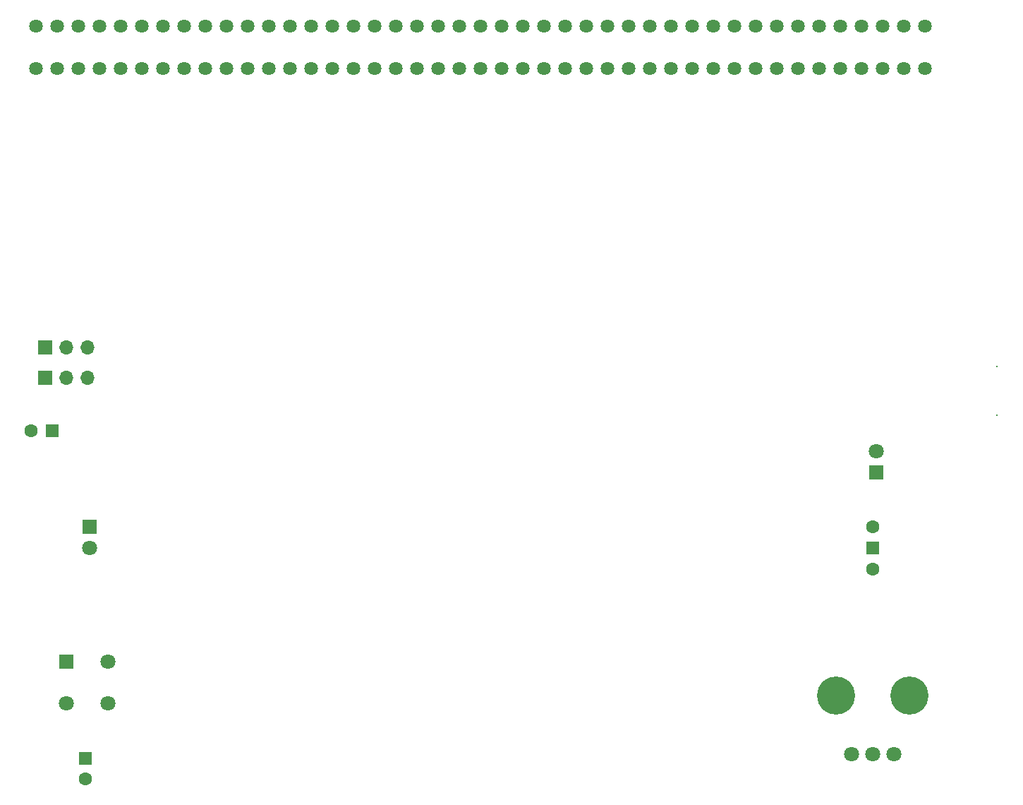
<source format=gbr>
%TF.GenerationSoftware,KiCad,Pcbnew,9.0.1-9.0.1-0~ubuntu22.04.1*%
%TF.CreationDate,2025-10-31T16:35:43+00:00*%
%TF.ProjectId,DeMoN_2.0_PLCC,44654d6f-4e5f-4322-9e30-5f504c43432e,rev?*%
%TF.SameCoordinates,Original*%
%TF.FileFunction,Soldermask,Bot*%
%TF.FilePolarity,Negative*%
%FSLAX46Y46*%
G04 Gerber Fmt 4.6, Leading zero omitted, Abs format (unit mm)*
G04 Created by KiCad (PCBNEW 9.0.1-9.0.1-0~ubuntu22.04.1) date 2025-10-31 16:35:43*
%MOMM*%
%LPD*%
G01*
G04 APERTURE LIST*
%ADD10R,1.500000X1.500000*%
%ADD11C,1.600000*%
%ADD12R,1.600000X1.600000*%
%ADD13R,1.800000X1.800000*%
%ADD14C,1.800000*%
%ADD15R,1.700000X1.700000*%
%ADD16O,1.700000X1.700000*%
%ADD17C,1.635000*%
%ADD18C,4.575000*%
%ADD19C,0.325000*%
G04 APERTURE END LIST*
D10*
%TO.C,SW2*%
X188500000Y-101690000D03*
D11*
X188500000Y-104230000D03*
X188500000Y-99150000D03*
%TD*%
D12*
%TO.C,C1*%
X94000000Y-126944888D03*
D11*
X94000000Y-129444888D03*
%TD*%
D13*
%TO.C,D3*%
X94450000Y-99225000D03*
D14*
X94450000Y-101765000D03*
%TD*%
D15*
%TO.C,JP2*%
X89128400Y-81342200D03*
D16*
X91668400Y-81342200D03*
X94208400Y-81342200D03*
%TD*%
D13*
%TO.C,SW1*%
X91677500Y-115377500D03*
D14*
X96677500Y-115377500D03*
X91677500Y-120377500D03*
X96677500Y-120377500D03*
%TD*%
D17*
%TO.C,CN1*%
X88060000Y-44200000D03*
X88060000Y-39120000D03*
X90600000Y-44200000D03*
X90600000Y-39120000D03*
X93140000Y-44200000D03*
X93140000Y-39120000D03*
X95680000Y-44200000D03*
X95680000Y-39120000D03*
X98220000Y-44200000D03*
X98220000Y-39120000D03*
X100760000Y-44200000D03*
X100760000Y-39120000D03*
X103300000Y-44200000D03*
X103300000Y-39120000D03*
X105840000Y-44200000D03*
X105840000Y-39120000D03*
X108380000Y-44200000D03*
X108380000Y-39120000D03*
X110920000Y-44200000D03*
X110920000Y-39120000D03*
X113460000Y-44200000D03*
X113460000Y-39120000D03*
X116000000Y-44200000D03*
X116000000Y-39120000D03*
X118540000Y-44200000D03*
X118540000Y-39120000D03*
X121080000Y-44200000D03*
X121080000Y-39120000D03*
X123620000Y-44200000D03*
X123620000Y-39120000D03*
X126160000Y-44200000D03*
X126160000Y-39120000D03*
X128700000Y-44200000D03*
X128700000Y-39120000D03*
X131240000Y-44200000D03*
X131240000Y-39120000D03*
X133780000Y-44200000D03*
X133780000Y-39120000D03*
X136320000Y-44200000D03*
X136320000Y-39120000D03*
X138860000Y-44200000D03*
X138860000Y-39120000D03*
X141400000Y-44200000D03*
X141400000Y-39120000D03*
X143940000Y-44200000D03*
X143940000Y-39120000D03*
X146480000Y-44200000D03*
X146480000Y-39120000D03*
X149020000Y-44200000D03*
X149020000Y-39120000D03*
X151560000Y-44200000D03*
X151560000Y-39120000D03*
X154100000Y-44200000D03*
X154100000Y-39120000D03*
X156640000Y-44200000D03*
X156640000Y-39120000D03*
X159180000Y-44200000D03*
X159180000Y-39120000D03*
X161720000Y-44200000D03*
X161720000Y-39120000D03*
X164260000Y-44200000D03*
X164260000Y-39120000D03*
X166800000Y-44200000D03*
X166800000Y-39120000D03*
X169340000Y-44200000D03*
X169340000Y-39120000D03*
X171880000Y-44200000D03*
X171880000Y-39120000D03*
X174420000Y-44200000D03*
X174420000Y-39120000D03*
X176960000Y-44200000D03*
X176960000Y-39120000D03*
X179500000Y-44200000D03*
X179500000Y-39120000D03*
X182040000Y-44200000D03*
X182040000Y-39120000D03*
X184580000Y-44200000D03*
X184580000Y-39120000D03*
X187120000Y-44200000D03*
X187120000Y-39120000D03*
X189660000Y-44200000D03*
X189660000Y-39120000D03*
X192200000Y-44200000D03*
X192200000Y-39120000D03*
X194740000Y-44200000D03*
X194740000Y-39120000D03*
%TD*%
D12*
%TO.C,C2*%
X89950000Y-87650000D03*
D11*
X87450000Y-87650000D03*
%TD*%
D13*
%TO.C,D2*%
X188850000Y-92700000D03*
D14*
X188850000Y-90160000D03*
%TD*%
%TO.C,VR1*%
X185958400Y-126442200D03*
X188458400Y-126442200D03*
X190958400Y-126442200D03*
D18*
X184058400Y-119442200D03*
X192858400Y-119442200D03*
%TD*%
D15*
%TO.C,JP1*%
X89168400Y-77692200D03*
D16*
X91708400Y-77692200D03*
X94248400Y-77692200D03*
%TD*%
D19*
%TO.C,J1*%
X203397000Y-85777200D03*
X203397000Y-79997200D03*
%TD*%
M02*

</source>
